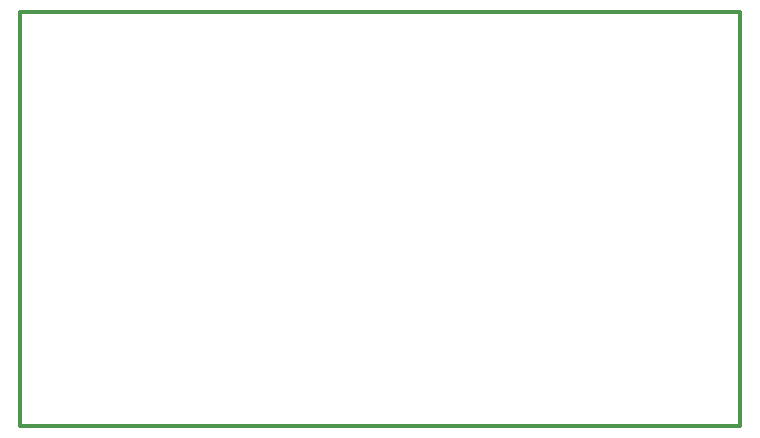
<source format=gko>
G04 Layer_Color=13278208*
%FSLAX24Y24*%
%MOIN*%
G70*
G01*
G75*
%ADD23C,0.0118*%
D23*
X-0Y13780D02*
X24016D01*
Y0D02*
Y13780D01*
X0Y0D02*
X24016D01*
X-0Y13780D02*
X0Y0D01*
M02*

</source>
